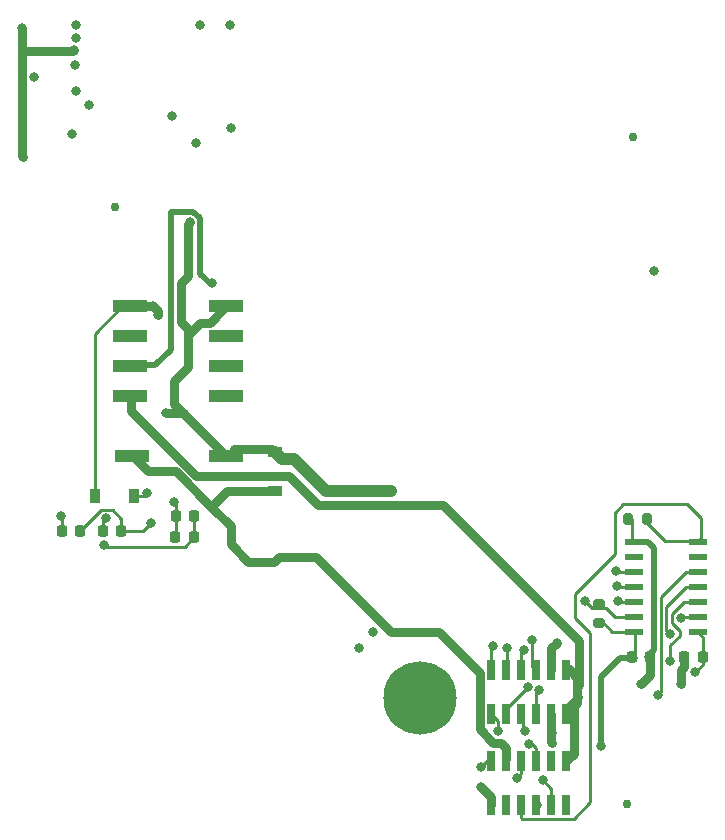
<source format=gbr>
G04 #@! TF.GenerationSoftware,KiCad,Pcbnew,6.0.11+dfsg-1~bpo11+1*
G04 #@! TF.CreationDate,2023-05-20T19:26:12-04:00*
G04 #@! TF.ProjectId,RUSP_Daughterboard,52555350-5f44-4617-9567-68746572626f,rev?*
G04 #@! TF.SameCoordinates,Original*
G04 #@! TF.FileFunction,Copper,L4,Bot*
G04 #@! TF.FilePolarity,Positive*
%FSLAX46Y46*%
G04 Gerber Fmt 4.6, Leading zero omitted, Abs format (unit mm)*
G04 Created by KiCad (PCBNEW 6.0.11+dfsg-1~bpo11+1) date 2023-05-20 19:26:12*
%MOMM*%
%LPD*%
G01*
G04 APERTURE LIST*
G04 Aperture macros list*
%AMRoundRect*
0 Rectangle with rounded corners*
0 $1 Rounding radius*
0 $2 $3 $4 $5 $6 $7 $8 $9 X,Y pos of 4 corners*
0 Add a 4 corners polygon primitive as box body*
4,1,4,$2,$3,$4,$5,$6,$7,$8,$9,$2,$3,0*
0 Add four circle primitives for the rounded corners*
1,1,$1+$1,$2,$3*
1,1,$1+$1,$4,$5*
1,1,$1+$1,$6,$7*
1,1,$1+$1,$8,$9*
0 Add four rect primitives between the rounded corners*
20,1,$1+$1,$2,$3,$4,$5,0*
20,1,$1+$1,$4,$5,$6,$7,0*
20,1,$1+$1,$6,$7,$8,$9,0*
20,1,$1+$1,$8,$9,$2,$3,0*%
G04 Aperture macros list end*
G04 #@! TA.AperFunction,SMDPad,CuDef*
%ADD10RoundRect,0.218750X0.218750X0.256250X-0.218750X0.256250X-0.218750X-0.256250X0.218750X-0.256250X0*%
G04 #@! TD*
G04 #@! TA.AperFunction,SMDPad,CuDef*
%ADD11R,0.740000X1.675000*%
G04 #@! TD*
G04 #@! TA.AperFunction,SMDPad,CuDef*
%ADD12C,0.750000*%
G04 #@! TD*
G04 #@! TA.AperFunction,SMDPad,CuDef*
%ADD13RoundRect,0.225000X0.225000X0.250000X-0.225000X0.250000X-0.225000X-0.250000X0.225000X-0.250000X0*%
G04 #@! TD*
G04 #@! TA.AperFunction,SMDPad,CuDef*
%ADD14R,3.000000X1.110000*%
G04 #@! TD*
G04 #@! TA.AperFunction,SMDPad,CuDef*
%ADD15R,0.900000X1.200000*%
G04 #@! TD*
G04 #@! TA.AperFunction,SMDPad,CuDef*
%ADD16RoundRect,0.200000X0.275000X-0.200000X0.275000X0.200000X-0.275000X0.200000X-0.275000X-0.200000X0*%
G04 #@! TD*
G04 #@! TA.AperFunction,SMDPad,CuDef*
%ADD17R,1.200000X0.900000*%
G04 #@! TD*
G04 #@! TA.AperFunction,ComponentPad*
%ADD18C,6.200000*%
G04 #@! TD*
G04 #@! TA.AperFunction,SMDPad,CuDef*
%ADD19RoundRect,0.200000X0.200000X0.275000X-0.200000X0.275000X-0.200000X-0.275000X0.200000X-0.275000X0*%
G04 #@! TD*
G04 #@! TA.AperFunction,SMDPad,CuDef*
%ADD20RoundRect,0.225000X-0.225000X-0.250000X0.225000X-0.250000X0.225000X0.250000X-0.225000X0.250000X0*%
G04 #@! TD*
G04 #@! TA.AperFunction,SMDPad,CuDef*
%ADD21R,1.500000X0.600000*%
G04 #@! TD*
G04 #@! TA.AperFunction,ViaPad*
%ADD22C,0.800000*%
G04 #@! TD*
G04 #@! TA.AperFunction,Conductor*
%ADD23C,0.250000*%
G04 #@! TD*
G04 #@! TA.AperFunction,Conductor*
%ADD24C,0.750000*%
G04 #@! TD*
G04 #@! TA.AperFunction,Conductor*
%ADD25C,1.000000*%
G04 #@! TD*
G04 #@! TA.AperFunction,Conductor*
%ADD26C,0.500000*%
G04 #@! TD*
G04 APERTURE END LIST*
D10*
X128712500Y-113850000D03*
X127137500Y-113850000D03*
D11*
X160025000Y-137040000D03*
X160025000Y-133360000D03*
X161295000Y-137040000D03*
X161295000Y-133360000D03*
X162565000Y-137040000D03*
X162565000Y-133360000D03*
X163835000Y-137040000D03*
X163835000Y-133360000D03*
X165105000Y-137040000D03*
X165105000Y-133360000D03*
X166375000Y-137040000D03*
X166375000Y-133360000D03*
D10*
X134862500Y-114400000D03*
X133287500Y-114400000D03*
D12*
X172000000Y-80500000D03*
D13*
X134875000Y-112550000D03*
X133325000Y-112550000D03*
D12*
X128200000Y-86400000D03*
D13*
X125200000Y-113825000D03*
X123650000Y-113825000D03*
D11*
X160025000Y-129340000D03*
X160025000Y-125660000D03*
X161295000Y-129340000D03*
X161295000Y-125660000D03*
X162565000Y-129340000D03*
X162565000Y-125660000D03*
X163835000Y-129340000D03*
X163835000Y-125660000D03*
X165105000Y-129340000D03*
X165105000Y-125660000D03*
X166375000Y-129340000D03*
X166375000Y-125660000D03*
D14*
X129614000Y-107530000D03*
X129486000Y-102450000D03*
X129486000Y-99910000D03*
X129486000Y-97370000D03*
X129486000Y-94830000D03*
X137614000Y-94830000D03*
X137614000Y-97370000D03*
X137614000Y-99910000D03*
X137614000Y-102450000D03*
X137614000Y-107530000D03*
D15*
X126450000Y-110900000D03*
X129750000Y-110900000D03*
D16*
X169150000Y-121675000D03*
X169150000Y-120025000D03*
D17*
X141700000Y-110450000D03*
X141700000Y-107150000D03*
D18*
X154000000Y-128000000D03*
D19*
X173225000Y-112850000D03*
X171575000Y-112850000D03*
D13*
X177925000Y-124500000D03*
X176375000Y-124500000D03*
D20*
X171925000Y-124550000D03*
X173475000Y-124550000D03*
D12*
X171500000Y-137000000D03*
D21*
X172150000Y-122410000D03*
X172150000Y-121140000D03*
X172150000Y-119870000D03*
X172150000Y-118600000D03*
X172150000Y-117330000D03*
X172150000Y-116060000D03*
X172150000Y-114790000D03*
X177550000Y-114790000D03*
X177550000Y-116060000D03*
X177550000Y-117330000D03*
X177550000Y-118600000D03*
X177550000Y-119870000D03*
X177550000Y-121140000D03*
X177550000Y-122410000D03*
D22*
X159132660Y-135507340D03*
X124723699Y-73134294D03*
X133200000Y-111400000D03*
X120300000Y-71300000D03*
X134512299Y-87737701D03*
X176100000Y-126800000D03*
X132500000Y-103900000D03*
X165600000Y-123300000D03*
X148800000Y-123800000D03*
X160600000Y-130800000D03*
X172700000Y-126800000D03*
X130900000Y-110600000D03*
X127400000Y-112800000D03*
X123600000Y-112600000D03*
X150500000Y-110500000D03*
X151500000Y-110500000D03*
X120396006Y-82200000D03*
X174149991Y-127749991D03*
X162924500Y-130769253D03*
X161400000Y-123800000D03*
X175200000Y-124900000D03*
X163100633Y-127097547D03*
X160200000Y-123600000D03*
X177300000Y-125800000D03*
X136400000Y-92900000D03*
X138000000Y-79700000D03*
X121300000Y-75400000D03*
X169300000Y-132100000D03*
X159200000Y-133800000D03*
X137900000Y-71000000D03*
X170650000Y-118550000D03*
X124800000Y-74400000D03*
X124909034Y-72152125D03*
X170600000Y-117250000D03*
X133000000Y-78750000D03*
X164083366Y-127279866D03*
X124900000Y-76600000D03*
X170800000Y-119750000D03*
X126000000Y-77750000D03*
X168000000Y-119800000D03*
X163500000Y-123100000D03*
X176100000Y-121200000D03*
X164400000Y-134974990D03*
X127275000Y-115050000D03*
X163200000Y-131900000D03*
X163900000Y-137025010D03*
X131200000Y-113200000D03*
X150000000Y-122400000D03*
X162200000Y-134800000D03*
X124500000Y-80250000D03*
X135000000Y-81000000D03*
X135400000Y-71000000D03*
X124900000Y-71000000D03*
X165201292Y-131775010D03*
X131400000Y-94800000D03*
X131826000Y-95600000D03*
X165201292Y-131001292D03*
X173850000Y-91850000D03*
X162775000Y-123900000D03*
X175124500Y-122600000D03*
D23*
X123650000Y-113825000D02*
X123650000Y-112650000D01*
D24*
X133175001Y-101171001D02*
X134366000Y-99980002D01*
D25*
X150500000Y-110500000D02*
X151500000Y-110500000D01*
D23*
X171915000Y-114515000D02*
X172200000Y-114800000D01*
X127137500Y-113062500D02*
X127400000Y-112800000D01*
X130600000Y-110900000D02*
X130900000Y-110600000D01*
X133325000Y-112550000D02*
X133325000Y-114362500D01*
X133325000Y-111525000D02*
X133200000Y-111400000D01*
X171915000Y-112850000D02*
X171915000Y-114515000D01*
D26*
X173824990Y-123910010D02*
X173824990Y-115324990D01*
D23*
X127137500Y-113850000D02*
X127137500Y-113062500D01*
D25*
X143310000Y-107750000D02*
X142294000Y-107750000D01*
D24*
X134366000Y-99980002D02*
X134366000Y-97266000D01*
X173475000Y-126025000D02*
X172700000Y-126800000D01*
X133724520Y-92875480D02*
X133724520Y-96124520D01*
X160025000Y-136399680D02*
X159132660Y-135507340D01*
D23*
X160600000Y-129915000D02*
X160600000Y-130800000D01*
D26*
X173185000Y-124550000D02*
X173824990Y-123910010D01*
D24*
X120300000Y-73310000D02*
X120300000Y-82103994D01*
D26*
X173300000Y-114800000D02*
X172100000Y-114800000D01*
D23*
X123650000Y-112650000D02*
X123600000Y-112600000D01*
D24*
X160025000Y-137040000D02*
X160025000Y-136399680D01*
D23*
X129750000Y-110900000D02*
X130600000Y-110900000D01*
D24*
X138210000Y-106934000D02*
X141478000Y-106934000D01*
X165105000Y-125660000D02*
X165105000Y-123795000D01*
X133984000Y-103900000D02*
X132500000Y-103900000D01*
X120300000Y-82103994D02*
X120396006Y-82200000D01*
X176375000Y-124500000D02*
X176375000Y-125346832D01*
X134512299Y-87737701D02*
X134366000Y-87884000D01*
X173475000Y-124550000D02*
X173475000Y-126025000D01*
X133724520Y-96124520D02*
X134366000Y-96766000D01*
X135391511Y-96240489D02*
X136203511Y-96240489D01*
X165105000Y-123795000D02*
X165600000Y-123300000D01*
X133175001Y-103091001D02*
X137614000Y-107530000D01*
X120300000Y-71300000D02*
X120300000Y-73310000D01*
D25*
X142294000Y-107750000D02*
X141732000Y-107188000D01*
D23*
X160025000Y-129340000D02*
X160600000Y-129915000D01*
D24*
X134366000Y-97266000D02*
X135391511Y-96240489D01*
X176375000Y-125346832D02*
X176100000Y-125621832D01*
X134366000Y-87884000D02*
X134366000Y-92234000D01*
X134366000Y-92234000D02*
X133724520Y-92875480D01*
X134366000Y-96766000D02*
X134366000Y-97266000D01*
D25*
X146060000Y-110500000D02*
X143310000Y-107750000D01*
D24*
X124657993Y-73200000D02*
X120410000Y-73200000D01*
X124723699Y-73134294D02*
X124657993Y-73200000D01*
X176100000Y-125621832D02*
X176100000Y-126800000D01*
X133175001Y-103091001D02*
X133175001Y-101171001D01*
D23*
X133325000Y-112550000D02*
X133325000Y-111525000D01*
D24*
X120410000Y-73200000D02*
X120300000Y-73310000D01*
D26*
X173824990Y-115324990D02*
X173300000Y-114800000D01*
D24*
X136203511Y-96240489D02*
X137614000Y-94830000D01*
D25*
X150500000Y-110500000D02*
X146060000Y-110500000D01*
D23*
X162700000Y-130544753D02*
X162924500Y-130769253D01*
X174400000Y-119480000D02*
X174400000Y-127499982D01*
X176550000Y-117330000D02*
X174400000Y-119480000D01*
X174400000Y-127499982D02*
X174149991Y-127749991D01*
X162700000Y-129300000D02*
X162700000Y-130544753D01*
X177550000Y-117330000D02*
X176550000Y-117330000D01*
X176000000Y-122749114D02*
X175200000Y-123549114D01*
X175200000Y-123549114D02*
X175200000Y-124900000D01*
X176356998Y-119870000D02*
X175375489Y-120851509D01*
X175375489Y-121675489D02*
X176000000Y-122300000D01*
X177550000Y-119870000D02*
X176356998Y-119870000D01*
X161400000Y-123800000D02*
X161400000Y-125400000D01*
X176000000Y-122300000D02*
X176000000Y-122749114D01*
X175375489Y-120851509D02*
X175375489Y-121675489D01*
X161295000Y-128903180D02*
X163100633Y-127097547D01*
D26*
X132900000Y-86825011D02*
X132900000Y-98494000D01*
D23*
X161295000Y-129340000D02*
X161295000Y-128903180D01*
D26*
X132900000Y-98494000D02*
X131572000Y-99822000D01*
X135361810Y-87385821D02*
X134801000Y-86825011D01*
X135361810Y-92061810D02*
X135361810Y-87385821D01*
X134801000Y-86825011D02*
X132900000Y-86825011D01*
X136400000Y-92900000D02*
X136200000Y-92900000D01*
D23*
X177925000Y-122875000D02*
X177550000Y-122500000D01*
D26*
X136200000Y-92900000D02*
X135361810Y-92061810D01*
D23*
X160025000Y-123775000D02*
X160200000Y-123600000D01*
X177300000Y-125800000D02*
X177925000Y-125175000D01*
X160025000Y-125660000D02*
X160025000Y-123775000D01*
X177925000Y-125175000D02*
X177925000Y-122875000D01*
D26*
X131572000Y-99822000D02*
X129286000Y-99822000D01*
D23*
X170260000Y-122410000D02*
X169200000Y-121350000D01*
X172150000Y-122410000D02*
X170260000Y-122410000D01*
X159640000Y-133360000D02*
X159200000Y-133800000D01*
D26*
X170900000Y-124600000D02*
X172200000Y-124600000D01*
D23*
X172215000Y-124550000D02*
X172215000Y-122565000D01*
D26*
X169300000Y-132100000D02*
X169300000Y-126200000D01*
X169300000Y-126200000D02*
X170900000Y-124600000D01*
D23*
X160025000Y-133360000D02*
X159640000Y-133360000D01*
X172150000Y-118600000D02*
X170700000Y-118600000D01*
X170700000Y-118600000D02*
X170650000Y-118550000D01*
X172150000Y-117330000D02*
X170680000Y-117330000D01*
X170680000Y-117330000D02*
X170600000Y-117250000D01*
X163835000Y-129340000D02*
X163835000Y-127528232D01*
X163835000Y-127528232D02*
X164083366Y-127279866D01*
X172150000Y-119870000D02*
X170920000Y-119870000D01*
X170920000Y-119870000D02*
X170800000Y-119750000D01*
X168550000Y-120350000D02*
X168000000Y-119800000D01*
X170500000Y-121150000D02*
X172200000Y-121150000D01*
X169150000Y-120365000D02*
X169715000Y-120365000D01*
X169715000Y-120365000D02*
X170500000Y-121150000D01*
X169150000Y-120350000D02*
X168550000Y-120350000D01*
X163500000Y-125400000D02*
X163500000Y-123100000D01*
X177550000Y-121140000D02*
X176160000Y-121140000D01*
X176160000Y-121140000D02*
X176100000Y-121200000D01*
X163800000Y-125700000D02*
X163500000Y-125400000D01*
X165105000Y-137040000D02*
X165105000Y-135679990D01*
X165105000Y-135679990D02*
X164400000Y-134974990D01*
X163835000Y-133360000D02*
X163835000Y-132272500D01*
X127424520Y-115199520D02*
X127275000Y-115050000D01*
X134875000Y-112550000D02*
X134875000Y-114387500D01*
X163835000Y-132272500D02*
X163462500Y-131900000D01*
X134862500Y-114400000D02*
X134062980Y-115199520D01*
X134062980Y-115199520D02*
X127424520Y-115199520D01*
X163462500Y-131900000D02*
X163200000Y-131900000D01*
X125200000Y-113825000D02*
X126949511Y-112075489D01*
X128712500Y-113850000D02*
X130550000Y-113850000D01*
X128712500Y-112812500D02*
X128712500Y-113850000D01*
X130550000Y-113850000D02*
X131200000Y-113200000D01*
X127975489Y-112075489D02*
X128712500Y-112812500D01*
X126949511Y-112075489D02*
X127975489Y-112075489D01*
X162565000Y-134435000D02*
X162200000Y-134800000D01*
X162565000Y-133360000D02*
X162565000Y-134435000D01*
X176600000Y-111600000D02*
X177800000Y-112800000D01*
X172885000Y-112850000D02*
X172885000Y-112815000D01*
X177785000Y-112800000D02*
X177785000Y-114415000D01*
X174770000Y-114700000D02*
X177550000Y-114700000D01*
X170500000Y-112300000D02*
X171200000Y-111600000D01*
X162565000Y-138127500D02*
X162640001Y-138202501D01*
X168400000Y-136807502D02*
X168400000Y-122500000D01*
X177785000Y-114415000D02*
X177400000Y-114800000D01*
X162640001Y-138202501D02*
X167005001Y-138202501D01*
X172885000Y-112815000D02*
X174770000Y-114700000D01*
X167100000Y-121200000D02*
X167100000Y-119200000D01*
X170500000Y-115800000D02*
X170500000Y-112300000D01*
X167005001Y-138202501D02*
X168400000Y-136807502D01*
X171200000Y-111600000D02*
X176600000Y-111600000D01*
X167100000Y-119200000D02*
X170500000Y-115800000D01*
X162565000Y-137040000D02*
X162565000Y-138127500D01*
X168400000Y-122500000D02*
X167100000Y-121200000D01*
X126450000Y-110900000D02*
X126450000Y-97150000D01*
D24*
X129502000Y-94830000D02*
X131370000Y-94830000D01*
X165105000Y-131678718D02*
X165201292Y-131775010D01*
D23*
X126450000Y-97150000D02*
X128770000Y-94830000D01*
D24*
X131370000Y-94830000D02*
X131400000Y-94800000D01*
X131400000Y-94800000D02*
X131826000Y-95226000D01*
X131826000Y-95226000D02*
X131826000Y-95600000D01*
X165105000Y-129340000D02*
X165105000Y-131678718D01*
X160822500Y-131775000D02*
X161300000Y-132252500D01*
X145161241Y-116075489D02*
X151500000Y-122414248D01*
X129800000Y-107600000D02*
X131000000Y-108800000D01*
X159080000Y-125880000D02*
X159080000Y-130658859D01*
X136300000Y-111800000D02*
X137975000Y-113475000D01*
X137975000Y-113475000D02*
X137975000Y-115000000D01*
X137975000Y-115000000D02*
X139475000Y-116500000D01*
X139475000Y-116500000D02*
X141621832Y-116500000D01*
X141621832Y-116500000D02*
X142046343Y-116075489D01*
X160196141Y-131775000D02*
X160822500Y-131775000D01*
X133300000Y-108800000D02*
X136300000Y-111800000D01*
X159080000Y-130658859D02*
X160196141Y-131775000D01*
X137650000Y-110450000D02*
X141700000Y-110450000D01*
X136300000Y-111800000D02*
X137650000Y-110450000D01*
X151500000Y-122414248D02*
X155614248Y-122414248D01*
X155614248Y-122414248D02*
X159080000Y-125880000D01*
X131000000Y-108800000D02*
X133300000Y-108800000D01*
X142046343Y-116075489D02*
X145161241Y-116075489D01*
X161300000Y-132252500D02*
X161300000Y-133200000D01*
X129502000Y-103702000D02*
X129502000Y-102450000D01*
X166375000Y-133360000D02*
X166999999Y-132735001D01*
X166375000Y-129340000D02*
X166375000Y-129025000D01*
X167500000Y-123200000D02*
X155956483Y-111656483D01*
X166999999Y-132735001D02*
X166999999Y-128300001D01*
X145400000Y-111656483D02*
X142943517Y-109200000D01*
X167300000Y-126300000D02*
X166500000Y-125500000D01*
X133650480Y-107850480D02*
X129502000Y-103702000D01*
X167300000Y-128100000D02*
X167300000Y-126300000D01*
X167500000Y-126900000D02*
X167500000Y-123200000D01*
X155956483Y-111656483D02*
X145400000Y-111656483D01*
X166999999Y-128300001D02*
X167400000Y-127900000D01*
X142943517Y-109200000D02*
X135042824Y-109200000D01*
X133693304Y-107850480D02*
X133650480Y-107850480D01*
X166375000Y-129025000D02*
X167300000Y-128100000D01*
X167300000Y-127100000D02*
X167500000Y-126900000D01*
X166375000Y-129340000D02*
X167300000Y-128415000D01*
X135042824Y-109200000D02*
X133693304Y-107850480D01*
X167300000Y-128415000D02*
X167300000Y-127100000D01*
D23*
X162565000Y-124110000D02*
X162775000Y-123900000D01*
X176550000Y-118600000D02*
X177550000Y-118600000D01*
X174850011Y-120299989D02*
X176550000Y-118600000D01*
X174850011Y-122325511D02*
X174850011Y-120299989D01*
X162565000Y-125660000D02*
X162565000Y-124110000D01*
X175124500Y-122600000D02*
X174850011Y-122325511D01*
M02*

</source>
